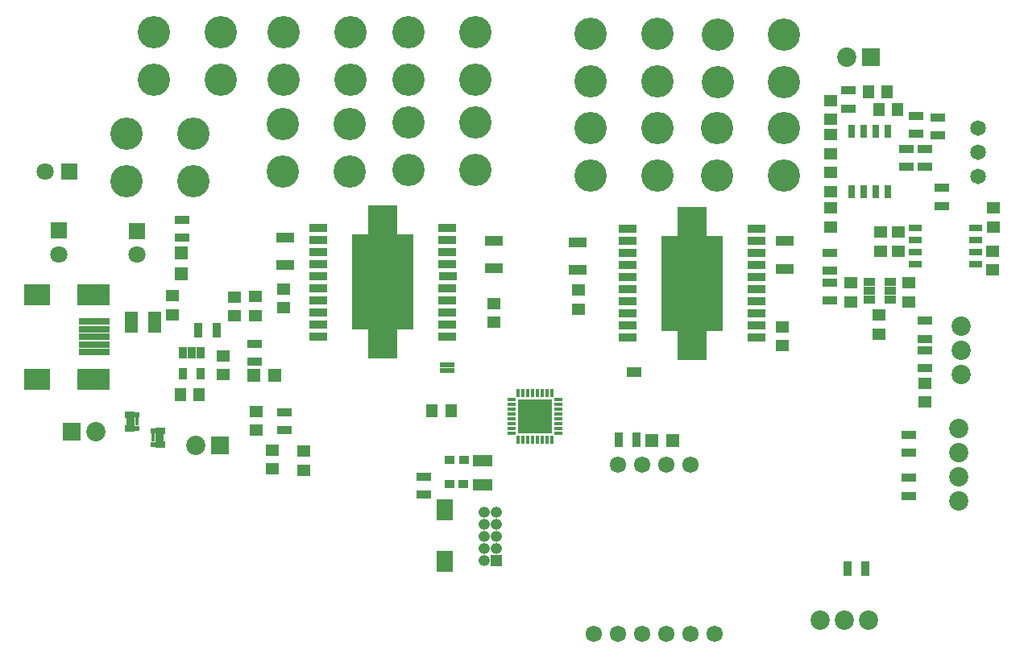
<source format=gts>
G04 #@! TF.GenerationSoftware,KiCad,Pcbnew,(5.0.0)*
G04 #@! TF.CreationDate,2019-01-29T00:18:36-03:30*
G04 #@! TF.ProjectId,Tooling Board,546F6F6C696E6720426F6172642E6B69,rev?*
G04 #@! TF.SameCoordinates,Original*
G04 #@! TF.FileFunction,Soldermask,Top*
G04 #@! TF.FilePolarity,Negative*
%FSLAX46Y46*%
G04 Gerber Fmt 4.6, Leading zero omitted, Abs format (unit mm)*
G04 Created by KiCad (PCBNEW (5.0.0)) date 01/29/19 00:18:36*
%MOMM*%
%LPD*%
G01*
G04 APERTURE LIST*
%ADD10R,0.890000X0.320000*%
%ADD11R,0.320000X0.890000*%
%ADD12C,0.500000*%
%ADD13R,3.650000X3.650000*%
%ADD14R,0.920000X1.625000*%
%ADD15R,0.400000X0.820000*%
%ADD16R,0.500000X0.600000*%
%ADD17R,0.500000X0.675000*%
%ADD18C,1.724000*%
%ADD19R,3.121000X3.248000*%
%ADD20R,6.397600X10.004400*%
%ADD21R,1.978000X0.835000*%
%ADD22R,1.851000X0.835000*%
%ADD23R,0.500000X0.500000*%
%ADD24R,1.200000X1.200000*%
%ADD25O,1.200000X1.200000*%
%ADD26R,1.500000X0.900000*%
%ADD27R,0.900000X1.500000*%
%ADD28R,1.800000X2.200000*%
%ADD29R,2.000000X1.200000*%
%ADD30R,1.800000X1.800000*%
%ADD31C,1.800000*%
%ADD32R,1.340000X2.230000*%
%ADD33C,3.400000*%
%ADD34R,3.303200X0.703200*%
%ADD35R,3.503200X2.203200*%
%ADD36R,2.703200X2.203200*%
%ADD37R,0.708000X1.343000*%
%ADD38R,1.343000X0.708000*%
%ADD39R,0.850000X1.260000*%
%ADD40R,1.260000X0.850000*%
%ADD41R,1.924000X1.924000*%
%ADD42C,2.024000*%
%ADD43C,1.640000*%
%ADD44R,1.450000X1.200000*%
%ADD45R,1.200000X1.450000*%
%ADD46R,1.000000X0.950000*%
%ADD47R,1.400000X1.400000*%
%ADD48R,1.900000X1.100000*%
G04 APERTURE END LIST*
D10*
G04 #@! TO.C,U201*
X152805000Y-77000000D03*
X152805000Y-76500000D03*
X152805000Y-76000000D03*
X152805000Y-75500000D03*
X152805000Y-75000000D03*
X152805000Y-74500000D03*
X152805000Y-74000000D03*
D11*
X153530000Y-72775000D03*
X154030000Y-72775000D03*
X154530000Y-72775000D03*
X155030000Y-72775000D03*
X155530000Y-72775000D03*
X156030000Y-72775000D03*
X156530000Y-72775000D03*
D10*
X157755000Y-73500000D03*
X157755000Y-74000000D03*
X157755000Y-74500000D03*
X157755000Y-75000000D03*
X157755000Y-75500000D03*
X157755000Y-76000000D03*
X157755000Y-76500000D03*
D11*
X157030000Y-77725000D03*
X156530000Y-77725000D03*
X156030000Y-77725000D03*
X155530000Y-77725000D03*
X155030000Y-77725000D03*
X154530000Y-77725000D03*
X154030000Y-77725000D03*
X153530000Y-77725000D03*
D12*
X156280000Y-76250000D03*
X155280000Y-76250000D03*
X154280000Y-76250000D03*
X156280000Y-75250000D03*
X155279999Y-75250000D03*
X154280000Y-75250000D03*
X156280000Y-74250000D03*
X155280000Y-74250000D03*
X154280000Y-74250000D03*
D13*
X155279999Y-75250000D03*
D10*
X157755000Y-77000000D03*
D11*
X157030000Y-72775000D03*
D10*
X152805000Y-73500000D03*
G04 #@! TD*
D14*
G04 #@! TO.C,Q301*
X112750000Y-75760000D03*
D15*
X113460000Y-75760000D03*
D16*
X113460000Y-75047500D03*
D17*
X112960000Y-75047500D03*
X112460000Y-75047500D03*
D16*
X113460000Y-76472500D03*
D17*
X112960000Y-76472500D03*
X112460000Y-76472500D03*
G04 #@! TD*
D14*
G04 #@! TO.C,Q302*
X115850000Y-77450000D03*
D15*
X115140000Y-77450000D03*
D16*
X115140000Y-78162500D03*
D17*
X115640000Y-78162500D03*
X116140000Y-78162500D03*
D16*
X115140000Y-76737500D03*
D17*
X115640000Y-76737500D03*
X116140000Y-76737500D03*
G04 #@! TD*
D18*
G04 #@! TO.C,U701*
X171670000Y-80350000D03*
X169130000Y-80350000D03*
X166590000Y-80350000D03*
X164050000Y-80350000D03*
X174210000Y-98130000D03*
X171670000Y-98130000D03*
X169130000Y-98130000D03*
X166590000Y-98130000D03*
X164050000Y-98130000D03*
X161510000Y-98130000D03*
G04 #@! TD*
D19*
G04 #@! TO.C,U502*
X139290000Y-67536200D03*
X139290000Y-54683800D03*
D20*
X139290000Y-61110000D03*
D21*
X146071800Y-55395000D03*
X146071800Y-56665000D03*
X146071800Y-57935000D03*
X146071800Y-59205000D03*
D22*
X146122600Y-60475000D03*
D21*
X146071800Y-61745000D03*
X146071800Y-63015000D03*
X146071800Y-64285000D03*
X146071800Y-65555000D03*
X146071800Y-66825000D03*
X132508200Y-66825000D03*
X132508200Y-65555000D03*
X132508200Y-64285000D03*
X132508200Y-63015000D03*
X132508200Y-61745000D03*
X132508200Y-60475000D03*
X132508200Y-59205000D03*
X132508200Y-57935000D03*
X132508200Y-56665000D03*
X132508200Y-55395000D03*
G04 #@! TD*
D19*
G04 #@! TO.C,U402*
X171780000Y-67676200D03*
X171780000Y-54823800D03*
D20*
X171780000Y-61250000D03*
D21*
X178561800Y-55535000D03*
X178561800Y-56805000D03*
X178561800Y-58075000D03*
X178561800Y-59345000D03*
D22*
X178612600Y-60615000D03*
D21*
X178561800Y-61885000D03*
X178561800Y-63155000D03*
X178561800Y-64425000D03*
X178561800Y-65695000D03*
X178561800Y-66965000D03*
X164998200Y-66965000D03*
X164998200Y-65695000D03*
X164998200Y-64425000D03*
X164998200Y-63155000D03*
X164998200Y-61885000D03*
X164998200Y-60615000D03*
X164998200Y-59345000D03*
X164998200Y-58075000D03*
X164998200Y-56805000D03*
X164998200Y-55535000D03*
G04 #@! TD*
D23*
G04 #@! TO.C,U501*
X145550000Y-70379000D03*
X146050000Y-70379000D03*
X146550000Y-70379000D03*
X146550000Y-69829000D03*
X146050000Y-69829000D03*
X145550000Y-69829000D03*
G04 #@! TD*
G04 #@! TO.C,U401*
X165190000Y-70840000D03*
X165690000Y-70840000D03*
X166190000Y-70840000D03*
X166190000Y-70290000D03*
X165690000Y-70290000D03*
X165190000Y-70290000D03*
G04 #@! TD*
D24*
G04 #@! TO.C,J201*
X151200000Y-90400000D03*
D25*
X149930000Y-90400000D03*
X151200000Y-89130000D03*
X149930000Y-89130000D03*
X151200000Y-87860000D03*
X149930000Y-87860000D03*
X151200000Y-86590000D03*
X149930000Y-86590000D03*
X151200000Y-85320000D03*
X149930000Y-85320000D03*
G04 #@! TD*
D26*
G04 #@! TO.C,L201*
X129000000Y-76720000D03*
X129000000Y-74820000D03*
G04 #@! TD*
D27*
G04 #@! TO.C,L202*
X121810000Y-66140000D03*
X119910000Y-66140000D03*
G04 #@! TD*
D28*
G04 #@! TO.C,SW201*
X145800000Y-85100000D03*
X145800000Y-90500000D03*
G04 #@! TD*
D29*
G04 #@! TO.C,Y201*
X149800000Y-82400000D03*
X149800000Y-79900000D03*
G04 #@! TD*
D30*
G04 #@! TO.C,C101*
X113430000Y-55730000D03*
D31*
X113430000Y-58230000D03*
G04 #@! TD*
D30*
G04 #@! TO.C,C102*
X106330000Y-49470000D03*
D31*
X103830000Y-49470000D03*
G04 #@! TD*
D30*
G04 #@! TO.C,C104*
X105270000Y-55720000D03*
D31*
X105270000Y-58220000D03*
G04 #@! TD*
D32*
G04 #@! TO.C,F101*
X112890000Y-65330000D03*
X115290000Y-65330000D03*
G04 #@! TD*
D33*
G04 #@! TO.C,J101*
X112355000Y-45480000D03*
X119365000Y-45480000D03*
X119365000Y-50480000D03*
X112355000Y-50480000D03*
G04 #@! TD*
G04 #@! TO.C,J102*
X115275000Y-34850000D03*
X122285000Y-34850000D03*
X122285000Y-39850000D03*
X115275000Y-39850000D03*
G04 #@! TD*
D34*
G04 #@! TO.C,J103*
X108990000Y-68470000D03*
X108990000Y-67670000D03*
X108990000Y-66870000D03*
X108990000Y-66070000D03*
X108990000Y-65270000D03*
D35*
X108890000Y-62420000D03*
X108890000Y-71320000D03*
D36*
X102990000Y-62420000D03*
X102990000Y-71320000D03*
G04 #@! TD*
D33*
G04 #@! TO.C,J401*
X161145000Y-35040000D03*
X168155000Y-35040000D03*
X168155000Y-40040000D03*
X161145000Y-40040000D03*
G04 #@! TD*
G04 #@! TO.C,J402*
X161125000Y-44910000D03*
X168135000Y-44910000D03*
X168135000Y-49910000D03*
X161125000Y-49910000D03*
G04 #@! TD*
G04 #@! TO.C,J403*
X174485000Y-35100000D03*
X181495000Y-35100000D03*
X181495000Y-40100000D03*
X174485000Y-40100000D03*
G04 #@! TD*
G04 #@! TO.C,J404*
X174415000Y-44900000D03*
X181425000Y-44900000D03*
X181425000Y-49900000D03*
X174415000Y-49900000D03*
G04 #@! TD*
G04 #@! TO.C,J501*
X128915000Y-34890000D03*
X135925000Y-34890000D03*
X135925000Y-39890000D03*
X128915000Y-39890000D03*
G04 #@! TD*
G04 #@! TO.C,J502*
X128829000Y-44490000D03*
X135839000Y-44490000D03*
X135839000Y-49490000D03*
X128829000Y-49490000D03*
G04 #@! TD*
G04 #@! TO.C,J503*
X142037000Y-34838000D03*
X149047000Y-34838000D03*
X149047000Y-39838000D03*
X142037000Y-39838000D03*
G04 #@! TD*
G04 #@! TO.C,J504*
X141995000Y-44340000D03*
X149005000Y-44340000D03*
X149005000Y-49340000D03*
X141995000Y-49340000D03*
G04 #@! TD*
D37*
G04 #@! TO.C,U801*
X192345000Y-51595000D03*
X191075000Y-51595000D03*
X189805000Y-51595000D03*
X188535000Y-51595000D03*
X188535000Y-45245000D03*
X189805000Y-45245000D03*
X191075000Y-45245000D03*
X192345000Y-45245000D03*
G04 #@! TD*
D38*
G04 #@! TO.C,U803*
X195295000Y-59195000D03*
X195295000Y-57925000D03*
X195295000Y-56655000D03*
X195295000Y-55385000D03*
X201645000Y-55385000D03*
X201645000Y-56655000D03*
X201645000Y-57925000D03*
X201645000Y-59195000D03*
G04 #@! TD*
D39*
G04 #@! TO.C,U101*
X120180000Y-68580000D03*
X119230000Y-68580000D03*
X118280000Y-68580000D03*
X118280000Y-70780000D03*
X120180000Y-70780000D03*
G04 #@! TD*
D40*
G04 #@! TO.C,U802*
X190420000Y-61080000D03*
X190420000Y-62030000D03*
X190420000Y-62980000D03*
X192620000Y-62980000D03*
X192620000Y-61080000D03*
X192620000Y-62030000D03*
G04 #@! TD*
D41*
G04 #@! TO.C,J301*
X106640000Y-76860000D03*
D42*
X109180000Y-76860000D03*
G04 #@! TD*
D41*
G04 #@! TO.C,J302*
X122150000Y-78260000D03*
D42*
X119610000Y-78260000D03*
G04 #@! TD*
G04 #@! TO.C,J701*
X187800000Y-96620000D03*
X190340000Y-96620000D03*
X185260000Y-96620000D03*
G04 #@! TD*
G04 #@! TO.C,J702*
X199820000Y-81630000D03*
X199820000Y-84170000D03*
X199820000Y-79090000D03*
X199820000Y-76550000D03*
G04 #@! TD*
G04 #@! TO.C,J703*
X200040000Y-68320000D03*
X200040000Y-70860000D03*
X200040000Y-65780000D03*
G04 #@! TD*
D41*
G04 #@! TO.C,J801*
X190640000Y-37440000D03*
D42*
X188100000Y-37440000D03*
G04 #@! TD*
D43*
G04 #@! TO.C,RV801*
X201830000Y-50040000D03*
X201830000Y-47500000D03*
X201830000Y-44960000D03*
G04 #@! TD*
D44*
G04 #@! TO.C,C103*
X117160000Y-64560000D03*
X117160000Y-62560000D03*
G04 #@! TD*
G04 #@! TO.C,C105*
X125960000Y-74720000D03*
X125960000Y-76720000D03*
G04 #@! TD*
G04 #@! TO.C,C106*
X122490000Y-70870000D03*
X122490000Y-68870000D03*
G04 #@! TD*
D45*
G04 #@! TO.C,C107*
X120020000Y-72940000D03*
X118020000Y-72940000D03*
G04 #@! TD*
D44*
G04 #@! TO.C,C201*
X130990000Y-78910000D03*
X130990000Y-80910000D03*
G04 #@! TD*
G04 #@! TO.C,C202*
X127670000Y-78770000D03*
X127670000Y-80770000D03*
G04 #@! TD*
G04 #@! TO.C,C203*
X123690000Y-64690000D03*
X123690000Y-62690000D03*
G04 #@! TD*
G04 #@! TO.C,C204*
X125950000Y-64640000D03*
X125950000Y-62640000D03*
G04 #@! TD*
D46*
G04 #@! TO.C,C205*
X146330000Y-79850000D03*
X147830000Y-79850000D03*
G04 #@! TD*
G04 #@! TO.C,C206*
X146290000Y-82320000D03*
X147790000Y-82320000D03*
G04 #@! TD*
D45*
G04 #@! TO.C,C207*
X146480000Y-74680000D03*
X144480000Y-74680000D03*
G04 #@! TD*
D44*
G04 #@! TO.C,C401*
X159830000Y-61970000D03*
X159830000Y-63970000D03*
G04 #@! TD*
G04 #@! TO.C,C402*
X181270000Y-65830000D03*
X181270000Y-67830000D03*
G04 #@! TD*
G04 #@! TO.C,C501*
X128890000Y-61820000D03*
X128890000Y-63820000D03*
G04 #@! TD*
G04 #@! TO.C,C502*
X150940000Y-65360000D03*
X150940000Y-63360000D03*
G04 #@! TD*
G04 #@! TO.C,C701*
X196310000Y-71740000D03*
X196310000Y-73740000D03*
G04 #@! TD*
G04 #@! TO.C,C801*
X186390000Y-44020000D03*
X186390000Y-42020000D03*
G04 #@! TD*
D45*
G04 #@! TO.C,C802*
X190310000Y-41080000D03*
X192310000Y-41080000D03*
G04 #@! TD*
D44*
G04 #@! TO.C,C803*
X186380000Y-45620000D03*
X186380000Y-47620000D03*
G04 #@! TD*
G04 #@! TO.C,C804*
X186360000Y-49600000D03*
X186360000Y-51600000D03*
G04 #@! TD*
G04 #@! TO.C,C805*
X186400000Y-55310000D03*
X186400000Y-53310000D03*
G04 #@! TD*
D45*
G04 #@! TO.C,C806*
X193420000Y-43010000D03*
X191420000Y-43010000D03*
G04 #@! TD*
D44*
G04 #@! TO.C,C807*
X193460000Y-57880000D03*
X193460000Y-55880000D03*
G04 #@! TD*
G04 #@! TO.C,C808*
X194560000Y-63190000D03*
X194560000Y-61190000D03*
G04 #@! TD*
G04 #@! TO.C,C809*
X191620000Y-57890000D03*
X191620000Y-55890000D03*
G04 #@! TD*
G04 #@! TO.C,C810*
X203410000Y-57870000D03*
X203410000Y-59870000D03*
G04 #@! TD*
G04 #@! TO.C,C811*
X191420000Y-64570000D03*
X191420000Y-66570000D03*
G04 #@! TD*
G04 #@! TO.C,C812*
X188450000Y-61180000D03*
X188450000Y-63180000D03*
G04 #@! TD*
G04 #@! TO.C,C813*
X203440000Y-55320000D03*
X203440000Y-53320000D03*
G04 #@! TD*
D47*
G04 #@! TO.C,D101*
X118160000Y-58090000D03*
X118160000Y-60290000D03*
G04 #@! TD*
G04 #@! TO.C,D201*
X125770000Y-70960000D03*
X127970000Y-70960000D03*
G04 #@! TD*
G04 #@! TO.C,D202*
X169770000Y-77770000D03*
X167570000Y-77770000D03*
G04 #@! TD*
D26*
G04 #@! TO.C,R101*
X118190000Y-54580000D03*
X118190000Y-56480000D03*
G04 #@! TD*
G04 #@! TO.C,R201*
X125830000Y-67590000D03*
X125830000Y-69490000D03*
G04 #@! TD*
G04 #@! TO.C,R202*
X143620000Y-81550000D03*
X143620000Y-83450000D03*
G04 #@! TD*
D27*
G04 #@! TO.C,R203*
X164080000Y-77680000D03*
X165980000Y-77680000D03*
G04 #@! TD*
D26*
G04 #@! TO.C,R204*
X194540000Y-83580000D03*
X194540000Y-81680000D03*
G04 #@! TD*
G04 #@! TO.C,R205*
X194590000Y-77170000D03*
X194590000Y-79070000D03*
G04 #@! TD*
D48*
G04 #@! TO.C,R401*
X159800000Y-56920000D03*
X159800000Y-59820000D03*
G04 #@! TD*
G04 #@! TO.C,R402*
X181580000Y-59720000D03*
X181580000Y-56820000D03*
G04 #@! TD*
G04 #@! TO.C,R501*
X129070000Y-56410000D03*
X129070000Y-59310000D03*
G04 #@! TD*
G04 #@! TO.C,R502*
X151000000Y-59660000D03*
X151000000Y-56760000D03*
G04 #@! TD*
D26*
G04 #@! TO.C,R701*
X196260000Y-68280000D03*
X196260000Y-70180000D03*
G04 #@! TD*
G04 #@! TO.C,R702*
X196290000Y-65170000D03*
X196290000Y-67070000D03*
G04 #@! TD*
D27*
G04 #@! TO.C,R703*
X190010000Y-91220000D03*
X188110000Y-91220000D03*
G04 #@! TD*
D26*
G04 #@! TO.C,R801*
X188270000Y-42860000D03*
X188270000Y-40960000D03*
G04 #@! TD*
G04 #@! TO.C,R802*
X198050000Y-51220000D03*
X198050000Y-53120000D03*
G04 #@! TD*
G04 #@! TO.C,R803*
X197620000Y-43820000D03*
X197620000Y-45720000D03*
G04 #@! TD*
G04 #@! TO.C,R804*
X195370000Y-45560000D03*
X195370000Y-43660000D03*
G04 #@! TD*
G04 #@! TO.C,R805*
X194310000Y-47120000D03*
X194310000Y-49020000D03*
G04 #@! TD*
G04 #@! TO.C,R806*
X196260000Y-49010000D03*
X196260000Y-47110000D03*
G04 #@! TD*
G04 #@! TO.C,R807*
X186270000Y-58010000D03*
X186270000Y-59910000D03*
G04 #@! TD*
G04 #@! TO.C,R808*
X186300000Y-61150000D03*
X186300000Y-63050000D03*
G04 #@! TD*
M02*

</source>
